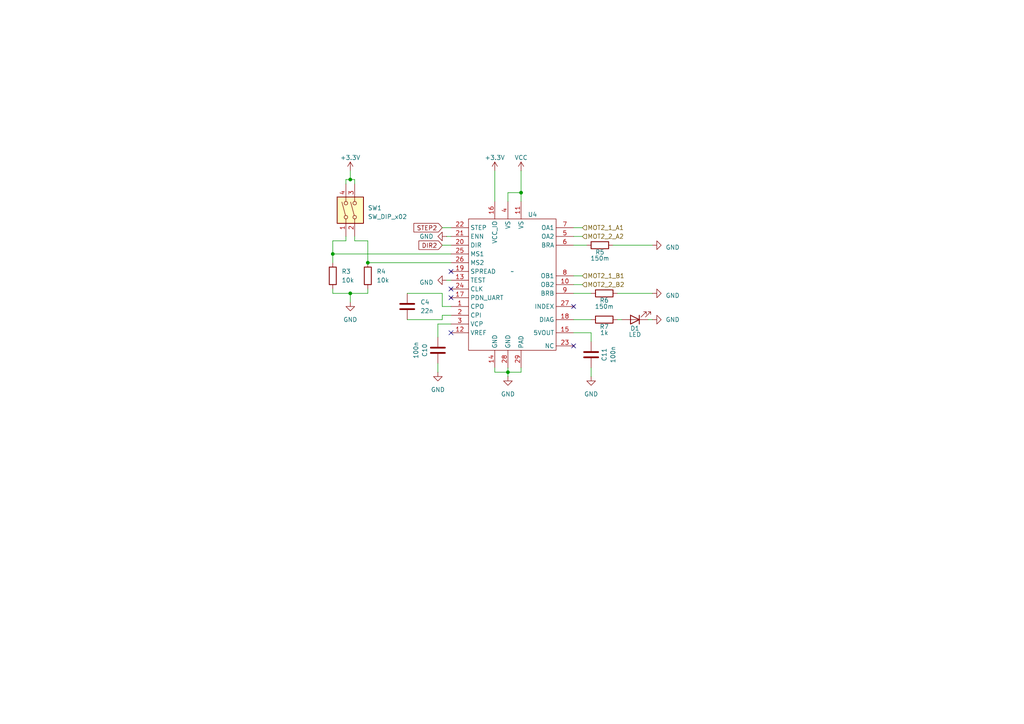
<source format=kicad_sch>
(kicad_sch
	(version 20250114)
	(generator "eeschema")
	(generator_version "9.0")
	(uuid "7e69b379-e415-4120-b938-f72ac7ff161e")
	(paper "A4")
	(lib_symbols
		(symbol "Device:C"
			(pin_numbers
				(hide yes)
			)
			(pin_names
				(offset 0.254)
			)
			(exclude_from_sim no)
			(in_bom yes)
			(on_board yes)
			(property "Reference" "C"
				(at 0.635 2.54 0)
				(effects
					(font
						(size 1.27 1.27)
					)
					(justify left)
				)
			)
			(property "Value" "C"
				(at 0.635 -2.54 0)
				(effects
					(font
						(size 1.27 1.27)
					)
					(justify left)
				)
			)
			(property "Footprint" ""
				(at 0.9652 -3.81 0)
				(effects
					(font
						(size 1.27 1.27)
					)
					(hide yes)
				)
			)
			(property "Datasheet" "~"
				(at 0 0 0)
				(effects
					(font
						(size 1.27 1.27)
					)
					(hide yes)
				)
			)
			(property "Description" "Unpolarized capacitor"
				(at 0 0 0)
				(effects
					(font
						(size 1.27 1.27)
					)
					(hide yes)
				)
			)
			(property "ki_keywords" "cap capacitor"
				(at 0 0 0)
				(effects
					(font
						(size 1.27 1.27)
					)
					(hide yes)
				)
			)
			(property "ki_fp_filters" "C_*"
				(at 0 0 0)
				(effects
					(font
						(size 1.27 1.27)
					)
					(hide yes)
				)
			)
			(symbol "C_0_1"
				(polyline
					(pts
						(xy -2.032 0.762) (xy 2.032 0.762)
					)
					(stroke
						(width 0.508)
						(type default)
					)
					(fill
						(type none)
					)
				)
				(polyline
					(pts
						(xy -2.032 -0.762) (xy 2.032 -0.762)
					)
					(stroke
						(width 0.508)
						(type default)
					)
					(fill
						(type none)
					)
				)
			)
			(symbol "C_1_1"
				(pin passive line
					(at 0 3.81 270)
					(length 2.794)
					(name "~"
						(effects
							(font
								(size 1.27 1.27)
							)
						)
					)
					(number "1"
						(effects
							(font
								(size 1.27 1.27)
							)
						)
					)
				)
				(pin passive line
					(at 0 -3.81 90)
					(length 2.794)
					(name "~"
						(effects
							(font
								(size 1.27 1.27)
							)
						)
					)
					(number "2"
						(effects
							(font
								(size 1.27 1.27)
							)
						)
					)
				)
			)
			(embedded_fonts no)
		)
		(symbol "Device:LED"
			(pin_numbers
				(hide yes)
			)
			(pin_names
				(offset 1.016)
				(hide yes)
			)
			(exclude_from_sim no)
			(in_bom yes)
			(on_board yes)
			(property "Reference" "D"
				(at 0 2.54 0)
				(effects
					(font
						(size 1.27 1.27)
					)
				)
			)
			(property "Value" "LED"
				(at 0 -2.54 0)
				(effects
					(font
						(size 1.27 1.27)
					)
				)
			)
			(property "Footprint" ""
				(at 0 0 0)
				(effects
					(font
						(size 1.27 1.27)
					)
					(hide yes)
				)
			)
			(property "Datasheet" "~"
				(at 0 0 0)
				(effects
					(font
						(size 1.27 1.27)
					)
					(hide yes)
				)
			)
			(property "Description" "Light emitting diode"
				(at 0 0 0)
				(effects
					(font
						(size 1.27 1.27)
					)
					(hide yes)
				)
			)
			(property "Sim.Pins" "1=K 2=A"
				(at 0 0 0)
				(effects
					(font
						(size 1.27 1.27)
					)
					(hide yes)
				)
			)
			(property "ki_keywords" "LED diode"
				(at 0 0 0)
				(effects
					(font
						(size 1.27 1.27)
					)
					(hide yes)
				)
			)
			(property "ki_fp_filters" "LED* LED_SMD:* LED_THT:*"
				(at 0 0 0)
				(effects
					(font
						(size 1.27 1.27)
					)
					(hide yes)
				)
			)
			(symbol "LED_0_1"
				(polyline
					(pts
						(xy -3.048 -0.762) (xy -4.572 -2.286) (xy -3.81 -2.286) (xy -4.572 -2.286) (xy -4.572 -1.524)
					)
					(stroke
						(width 0)
						(type default)
					)
					(fill
						(type none)
					)
				)
				(polyline
					(pts
						(xy -1.778 -0.762) (xy -3.302 -2.286) (xy -2.54 -2.286) (xy -3.302 -2.286) (xy -3.302 -1.524)
					)
					(stroke
						(width 0)
						(type default)
					)
					(fill
						(type none)
					)
				)
				(polyline
					(pts
						(xy -1.27 0) (xy 1.27 0)
					)
					(stroke
						(width 0)
						(type default)
					)
					(fill
						(type none)
					)
				)
				(polyline
					(pts
						(xy -1.27 -1.27) (xy -1.27 1.27)
					)
					(stroke
						(width 0.254)
						(type default)
					)
					(fill
						(type none)
					)
				)
				(polyline
					(pts
						(xy 1.27 -1.27) (xy 1.27 1.27) (xy -1.27 0) (xy 1.27 -1.27)
					)
					(stroke
						(width 0.254)
						(type default)
					)
					(fill
						(type none)
					)
				)
			)
			(symbol "LED_1_1"
				(pin passive line
					(at -3.81 0 0)
					(length 2.54)
					(name "K"
						(effects
							(font
								(size 1.27 1.27)
							)
						)
					)
					(number "1"
						(effects
							(font
								(size 1.27 1.27)
							)
						)
					)
				)
				(pin passive line
					(at 3.81 0 180)
					(length 2.54)
					(name "A"
						(effects
							(font
								(size 1.27 1.27)
							)
						)
					)
					(number "2"
						(effects
							(font
								(size 1.27 1.27)
							)
						)
					)
				)
			)
			(embedded_fonts no)
		)
		(symbol "Device:R"
			(pin_numbers
				(hide yes)
			)
			(pin_names
				(offset 0)
			)
			(exclude_from_sim no)
			(in_bom yes)
			(on_board yes)
			(property "Reference" "R"
				(at 2.032 0 90)
				(effects
					(font
						(size 1.27 1.27)
					)
				)
			)
			(property "Value" "R"
				(at 0 0 90)
				(effects
					(font
						(size 1.27 1.27)
					)
				)
			)
			(property "Footprint" ""
				(at -1.778 0 90)
				(effects
					(font
						(size 1.27 1.27)
					)
					(hide yes)
				)
			)
			(property "Datasheet" "~"
				(at 0 0 0)
				(effects
					(font
						(size 1.27 1.27)
					)
					(hide yes)
				)
			)
			(property "Description" "Resistor"
				(at 0 0 0)
				(effects
					(font
						(size 1.27 1.27)
					)
					(hide yes)
				)
			)
			(property "ki_keywords" "R res resistor"
				(at 0 0 0)
				(effects
					(font
						(size 1.27 1.27)
					)
					(hide yes)
				)
			)
			(property "ki_fp_filters" "R_*"
				(at 0 0 0)
				(effects
					(font
						(size 1.27 1.27)
					)
					(hide yes)
				)
			)
			(symbol "R_0_1"
				(rectangle
					(start -1.016 -2.54)
					(end 1.016 2.54)
					(stroke
						(width 0.254)
						(type default)
					)
					(fill
						(type none)
					)
				)
			)
			(symbol "R_1_1"
				(pin passive line
					(at 0 3.81 270)
					(length 1.27)
					(name "~"
						(effects
							(font
								(size 1.27 1.27)
							)
						)
					)
					(number "1"
						(effects
							(font
								(size 1.27 1.27)
							)
						)
					)
				)
				(pin passive line
					(at 0 -3.81 90)
					(length 1.27)
					(name "~"
						(effects
							(font
								(size 1.27 1.27)
							)
						)
					)
					(number "2"
						(effects
							(font
								(size 1.27 1.27)
							)
						)
					)
				)
			)
			(embedded_fonts no)
		)
		(symbol "My_Lib:TMC2225"
			(exclude_from_sim no)
			(in_bom yes)
			(on_board yes)
			(property "Reference" "U"
				(at 0 0 0)
				(effects
					(font
						(size 1.27 1.27)
					)
				)
			)
			(property "Value" ""
				(at 0 0 0)
				(effects
					(font
						(size 1.27 1.27)
					)
				)
			)
			(property "Footprint" ""
				(at 0 0 0)
				(effects
					(font
						(size 1.27 1.27)
					)
					(hide yes)
				)
			)
			(property "Datasheet" ""
				(at 0 0 0)
				(effects
					(font
						(size 1.27 1.27)
					)
					(hide yes)
				)
			)
			(property "Description" ""
				(at 0 0 0)
				(effects
					(font
						(size 1.27 1.27)
					)
					(hide yes)
				)
			)
			(symbol "TMC2225_0_0"
				(pin input line
					(at -17.78 12.7 0)
					(length 5.08)
					(name "STEP"
						(effects
							(font
								(size 1.27 1.27)
							)
						)
					)
					(number "22"
						(effects
							(font
								(size 1.27 1.27)
							)
						)
					)
				)
				(pin input line
					(at -17.78 10.16 0)
					(length 5.08)
					(name "ENN"
						(effects
							(font
								(size 1.27 1.27)
							)
						)
					)
					(number "21"
						(effects
							(font
								(size 1.27 1.27)
							)
						)
					)
				)
				(pin input line
					(at -17.78 7.62 0)
					(length 5.08)
					(name "DIR"
						(effects
							(font
								(size 1.27 1.27)
							)
						)
					)
					(number "20"
						(effects
							(font
								(size 1.27 1.27)
							)
						)
					)
				)
				(pin input line
					(at -17.78 5.08 0)
					(length 5.08)
					(name "MS1"
						(effects
							(font
								(size 1.27 1.27)
							)
						)
					)
					(number "25"
						(effects
							(font
								(size 1.27 1.27)
							)
						)
					)
				)
				(pin input line
					(at -17.78 2.54 0)
					(length 5.08)
					(name "MS2"
						(effects
							(font
								(size 1.27 1.27)
							)
						)
					)
					(number "26"
						(effects
							(font
								(size 1.27 1.27)
							)
						)
					)
				)
				(pin no_connect line
					(at -17.78 0 0)
					(length 5.08)
					(name "SPREAD"
						(effects
							(font
								(size 1.27 1.27)
							)
						)
					)
					(number "19"
						(effects
							(font
								(size 1.27 1.27)
							)
						)
					)
				)
				(pin input line
					(at -17.78 -2.54 0)
					(length 5.08)
					(name "TEST"
						(effects
							(font
								(size 1.27 1.27)
							)
						)
					)
					(number "13"
						(effects
							(font
								(size 1.27 1.27)
							)
						)
					)
				)
				(pin no_connect line
					(at -17.78 -5.08 0)
					(length 5.08)
					(name "CLK"
						(effects
							(font
								(size 1.27 1.27)
							)
						)
					)
					(number "24"
						(effects
							(font
								(size 1.27 1.27)
							)
						)
					)
				)
				(pin no_connect line
					(at -17.78 -7.62 0)
					(length 5.08)
					(name "PDN_UART"
						(effects
							(font
								(size 1.27 1.27)
							)
						)
					)
					(number "17"
						(effects
							(font
								(size 1.27 1.27)
							)
						)
					)
				)
				(pin passive line
					(at -17.78 -10.16 0)
					(length 5.08)
					(name "CPO"
						(effects
							(font
								(size 1.27 1.27)
							)
						)
					)
					(number "1"
						(effects
							(font
								(size 1.27 1.27)
							)
						)
					)
				)
				(pin passive line
					(at -17.78 -12.7 0)
					(length 5.08)
					(name "CPI"
						(effects
							(font
								(size 1.27 1.27)
							)
						)
					)
					(number "2"
						(effects
							(font
								(size 1.27 1.27)
							)
						)
					)
				)
				(pin passive line
					(at -17.78 -15.24 0)
					(length 5.08)
					(name "VCP"
						(effects
							(font
								(size 1.27 1.27)
							)
						)
					)
					(number "3"
						(effects
							(font
								(size 1.27 1.27)
							)
						)
					)
				)
				(pin input line
					(at -17.78 -17.78 0)
					(length 5.08)
					(name "VREF"
						(effects
							(font
								(size 1.27 1.27)
							)
						)
					)
					(number "12"
						(effects
							(font
								(size 1.27 1.27)
							)
						)
					)
				)
				(pin input line
					(at -5.08 20.32 270)
					(length 5.08)
					(name "VCC_IO"
						(effects
							(font
								(size 1.27 1.27)
							)
						)
					)
					(number "16"
						(effects
							(font
								(size 1.27 1.27)
							)
						)
					)
				)
				(pin input line
					(at -5.08 -27.94 90)
					(length 5.08)
					(name "GND"
						(effects
							(font
								(size 1.27 1.27)
							)
						)
					)
					(number "14"
						(effects
							(font
								(size 1.27 1.27)
							)
						)
					)
				)
				(pin input line
					(at -1.27 20.32 270)
					(length 5.08)
					(name "VS"
						(effects
							(font
								(size 1.27 1.27)
							)
						)
					)
					(number "4"
						(effects
							(font
								(size 1.27 1.27)
							)
						)
					)
				)
				(pin input line
					(at -1.27 -27.94 90)
					(length 5.08)
					(name "GND"
						(effects
							(font
								(size 1.27 1.27)
							)
						)
					)
					(number "28"
						(effects
							(font
								(size 1.27 1.27)
							)
						)
					)
				)
				(pin input line
					(at 2.54 20.32 270)
					(length 5.08)
					(name "VS"
						(effects
							(font
								(size 1.27 1.27)
							)
						)
					)
					(number "11"
						(effects
							(font
								(size 1.27 1.27)
							)
						)
					)
				)
				(pin input line
					(at 2.54 -27.94 90)
					(length 5.08)
					(name "PAD"
						(effects
							(font
								(size 1.27 1.27)
							)
						)
					)
					(number "29"
						(effects
							(font
								(size 1.27 1.27)
							)
						)
					)
				)
				(pin output line
					(at 17.78 12.7 180)
					(length 5.08)
					(name "OA1"
						(effects
							(font
								(size 1.27 1.27)
							)
						)
					)
					(number "7"
						(effects
							(font
								(size 1.27 1.27)
							)
						)
					)
				)
				(pin output line
					(at 17.78 10.16 180)
					(length 5.08)
					(name "OA2"
						(effects
							(font
								(size 1.27 1.27)
							)
						)
					)
					(number "5"
						(effects
							(font
								(size 1.27 1.27)
							)
						)
					)
				)
				(pin output line
					(at 17.78 7.62 180)
					(length 5.08)
					(name "BRA"
						(effects
							(font
								(size 1.27 1.27)
							)
						)
					)
					(number "6"
						(effects
							(font
								(size 1.27 1.27)
							)
						)
					)
				)
				(pin output line
					(at 17.78 -1.27 180)
					(length 5.08)
					(name "OB1"
						(effects
							(font
								(size 1.27 1.27)
							)
						)
					)
					(number "8"
						(effects
							(font
								(size 1.27 1.27)
							)
						)
					)
				)
				(pin output line
					(at 17.78 -3.81 180)
					(length 5.08)
					(name "OB2"
						(effects
							(font
								(size 1.27 1.27)
							)
						)
					)
					(number "10"
						(effects
							(font
								(size 1.27 1.27)
							)
						)
					)
				)
				(pin output line
					(at 17.78 -6.35 180)
					(length 5.08)
					(name "BRB"
						(effects
							(font
								(size 1.27 1.27)
							)
						)
					)
					(number "9"
						(effects
							(font
								(size 1.27 1.27)
							)
						)
					)
				)
				(pin no_connect line
					(at 17.78 -10.16 180)
					(length 5.08)
					(name "INDEX"
						(effects
							(font
								(size 1.27 1.27)
							)
						)
					)
					(number "27"
						(effects
							(font
								(size 1.27 1.27)
							)
						)
					)
				)
				(pin output line
					(at 17.78 -13.97 180)
					(length 5.08)
					(name "DIAG"
						(effects
							(font
								(size 1.27 1.27)
							)
						)
					)
					(number "18"
						(effects
							(font
								(size 1.27 1.27)
							)
						)
					)
				)
				(pin passive line
					(at 17.78 -17.78 180)
					(length 5.08)
					(name "5VOUT"
						(effects
							(font
								(size 1.27 1.27)
							)
						)
					)
					(number "15"
						(effects
							(font
								(size 1.27 1.27)
							)
						)
					)
				)
				(pin no_connect line
					(at 17.78 -21.59 180)
					(length 5.08)
					(name "NC"
						(effects
							(font
								(size 1.27 1.27)
							)
						)
					)
					(number "23"
						(effects
							(font
								(size 1.27 1.27)
							)
						)
					)
				)
			)
			(symbol "TMC2225_0_1"
				(polyline
					(pts
						(xy -12.7 15.24) (xy 12.7 15.24) (xy 12.7 -22.86) (xy -12.7 -22.86) (xy -12.7 15.24)
					)
					(stroke
						(width 0.1524)
						(type solid)
					)
					(fill
						(type none)
					)
				)
			)
			(embedded_fonts no)
		)
		(symbol "Switch:SW_DIP_x02"
			(pin_names
				(offset 0)
				(hide yes)
			)
			(exclude_from_sim no)
			(in_bom yes)
			(on_board yes)
			(property "Reference" "SW"
				(at 0 6.35 0)
				(effects
					(font
						(size 1.27 1.27)
					)
				)
			)
			(property "Value" "SW_DIP_x02"
				(at 0 -3.81 0)
				(effects
					(font
						(size 1.27 1.27)
					)
				)
			)
			(property "Footprint" ""
				(at 0 0 0)
				(effects
					(font
						(size 1.27 1.27)
					)
					(hide yes)
				)
			)
			(property "Datasheet" "~"
				(at 0 0 0)
				(effects
					(font
						(size 1.27 1.27)
					)
					(hide yes)
				)
			)
			(property "Description" "2x DIP Switch, Single Pole Single Throw (SPST) switch, small symbol"
				(at 0 0 0)
				(effects
					(font
						(size 1.27 1.27)
					)
					(hide yes)
				)
			)
			(property "ki_keywords" "dip switch"
				(at 0 0 0)
				(effects
					(font
						(size 1.27 1.27)
					)
					(hide yes)
				)
			)
			(property "ki_fp_filters" "SW?DIP?x2*"
				(at 0 0 0)
				(effects
					(font
						(size 1.27 1.27)
					)
					(hide yes)
				)
			)
			(symbol "SW_DIP_x02_0_0"
				(circle
					(center -2.032 2.54)
					(radius 0.508)
					(stroke
						(width 0)
						(type default)
					)
					(fill
						(type none)
					)
				)
				(circle
					(center -2.032 0)
					(radius 0.508)
					(stroke
						(width 0)
						(type default)
					)
					(fill
						(type none)
					)
				)
				(polyline
					(pts
						(xy -1.524 2.667) (xy 2.3622 3.7084)
					)
					(stroke
						(width 0)
						(type default)
					)
					(fill
						(type none)
					)
				)
				(polyline
					(pts
						(xy -1.524 0.127) (xy 2.3622 1.1684)
					)
					(stroke
						(width 0)
						(type default)
					)
					(fill
						(type none)
					)
				)
				(circle
					(center 2.032 2.54)
					(radius 0.508)
					(stroke
						(width 0)
						(type default)
					)
					(fill
						(type none)
					)
				)
				(circle
					(center 2.032 0)
					(radius 0.508)
					(stroke
						(width 0)
						(type default)
					)
					(fill
						(type none)
					)
				)
			)
			(symbol "SW_DIP_x02_0_1"
				(rectangle
					(start -3.81 5.08)
					(end 3.81 -2.54)
					(stroke
						(width 0.254)
						(type default)
					)
					(fill
						(type background)
					)
				)
			)
			(symbol "SW_DIP_x02_1_1"
				(pin passive line
					(at -7.62 2.54 0)
					(length 5.08)
					(name "~"
						(effects
							(font
								(size 1.27 1.27)
							)
						)
					)
					(number "1"
						(effects
							(font
								(size 1.27 1.27)
							)
						)
					)
				)
				(pin passive line
					(at -7.62 0 0)
					(length 5.08)
					(name "~"
						(effects
							(font
								(size 1.27 1.27)
							)
						)
					)
					(number "2"
						(effects
							(font
								(size 1.27 1.27)
							)
						)
					)
				)
				(pin passive line
					(at 7.62 2.54 180)
					(length 5.08)
					(name "~"
						(effects
							(font
								(size 1.27 1.27)
							)
						)
					)
					(number "4"
						(effects
							(font
								(size 1.27 1.27)
							)
						)
					)
				)
				(pin passive line
					(at 7.62 0 180)
					(length 5.08)
					(name "~"
						(effects
							(font
								(size 1.27 1.27)
							)
						)
					)
					(number "3"
						(effects
							(font
								(size 1.27 1.27)
							)
						)
					)
				)
			)
			(embedded_fonts no)
		)
		(symbol "power:+3.3V"
			(power)
			(pin_numbers
				(hide yes)
			)
			(pin_names
				(offset 0)
				(hide yes)
			)
			(exclude_from_sim no)
			(in_bom yes)
			(on_board yes)
			(property "Reference" "#PWR"
				(at 0 -3.81 0)
				(effects
					(font
						(size 1.27 1.27)
					)
					(hide yes)
				)
			)
			(property "Value" "+3.3V"
				(at 0 3.556 0)
				(effects
					(font
						(size 1.27 1.27)
					)
				)
			)
			(property "Footprint" ""
				(at 0 0 0)
				(effects
					(font
						(size 1.27 1.27)
					)
					(hide yes)
				)
			)
			(property "Datasheet" ""
				(at 0 0 0)
				(effects
					(font
						(size 1.27 1.27)
					)
					(hide yes)
				)
			)
			(property "Description" "Power symbol creates a global label with name \"+3.3V\""
				(at 0 0 0)
				(effects
					(font
						(size 1.27 1.27)
					)
					(hide yes)
				)
			)
			(property "ki_keywords" "global power"
				(at 0 0 0)
				(effects
					(font
						(size 1.27 1.27)
					)
					(hide yes)
				)
			)
			(symbol "+3.3V_0_1"
				(polyline
					(pts
						(xy -0.762 1.27) (xy 0 2.54)
					)
					(stroke
						(width 0)
						(type default)
					)
					(fill
						(type none)
					)
				)
				(polyline
					(pts
						(xy 0 2.54) (xy 0.762 1.27)
					)
					(stroke
						(width 0)
						(type default)
					)
					(fill
						(type none)
					)
				)
				(polyline
					(pts
						(xy 0 0) (xy 0 2.54)
					)
					(stroke
						(width 0)
						(type default)
					)
					(fill
						(type none)
					)
				)
			)
			(symbol "+3.3V_1_1"
				(pin power_in line
					(at 0 0 90)
					(length 0)
					(name "~"
						(effects
							(font
								(size 1.27 1.27)
							)
						)
					)
					(number "1"
						(effects
							(font
								(size 1.27 1.27)
							)
						)
					)
				)
			)
			(embedded_fonts no)
		)
		(symbol "power:GND"
			(power)
			(pin_numbers
				(hide yes)
			)
			(pin_names
				(offset 0)
				(hide yes)
			)
			(exclude_from_sim no)
			(in_bom yes)
			(on_board yes)
			(property "Reference" "#PWR"
				(at 0 -6.35 0)
				(effects
					(font
						(size 1.27 1.27)
					)
					(hide yes)
				)
			)
			(property "Value" "GND"
				(at 0 -3.81 0)
				(effects
					(font
						(size 1.27 1.27)
					)
				)
			)
			(property "Footprint" ""
				(at 0 0 0)
				(effects
					(font
						(size 1.27 1.27)
					)
					(hide yes)
				)
			)
			(property "Datasheet" ""
				(at 0 0 0)
				(effects
					(font
						(size 1.27 1.27)
					)
					(hide yes)
				)
			)
			(property "Description" "Power symbol creates a global label with name \"GND\" , ground"
				(at 0 0 0)
				(effects
					(font
						(size 1.27 1.27)
					)
					(hide yes)
				)
			)
			(property "ki_keywords" "global power"
				(at 0 0 0)
				(effects
					(font
						(size 1.27 1.27)
					)
					(hide yes)
				)
			)
			(symbol "GND_0_1"
				(polyline
					(pts
						(xy 0 0) (xy 0 -1.27) (xy 1.27 -1.27) (xy 0 -2.54) (xy -1.27 -1.27) (xy 0 -1.27)
					)
					(stroke
						(width 0)
						(type default)
					)
					(fill
						(type none)
					)
				)
			)
			(symbol "GND_1_1"
				(pin power_in line
					(at 0 0 270)
					(length 0)
					(name "~"
						(effects
							(font
								(size 1.27 1.27)
							)
						)
					)
					(number "1"
						(effects
							(font
								(size 1.27 1.27)
							)
						)
					)
				)
			)
			(embedded_fonts no)
		)
		(symbol "power:VCC"
			(power)
			(pin_numbers
				(hide yes)
			)
			(pin_names
				(offset 0)
				(hide yes)
			)
			(exclude_from_sim no)
			(in_bom yes)
			(on_board yes)
			(property "Reference" "#PWR"
				(at 0 -3.81 0)
				(effects
					(font
						(size 1.27 1.27)
					)
					(hide yes)
				)
			)
			(property "Value" "VCC"
				(at 0 3.556 0)
				(effects
					(font
						(size 1.27 1.27)
					)
				)
			)
			(property "Footprint" ""
				(at 0 0 0)
				(effects
					(font
						(size 1.27 1.27)
					)
					(hide yes)
				)
			)
			(property "Datasheet" ""
				(at 0 0 0)
				(effects
					(font
						(size 1.27 1.27)
					)
					(hide yes)
				)
			)
			(property "Description" "Power symbol creates a global label with name \"VCC\""
				(at 0 0 0)
				(effects
					(font
						(size 1.27 1.27)
					)
					(hide yes)
				)
			)
			(property "ki_keywords" "global power"
				(at 0 0 0)
				(effects
					(font
						(size 1.27 1.27)
					)
					(hide yes)
				)
			)
			(symbol "VCC_0_1"
				(polyline
					(pts
						(xy -0.762 1.27) (xy 0 2.54)
					)
					(stroke
						(width 0)
						(type default)
					)
					(fill
						(type none)
					)
				)
				(polyline
					(pts
						(xy 0 2.54) (xy 0.762 1.27)
					)
					(stroke
						(width 0)
						(type default)
					)
					(fill
						(type none)
					)
				)
				(polyline
					(pts
						(xy 0 0) (xy 0 2.54)
					)
					(stroke
						(width 0)
						(type default)
					)
					(fill
						(type none)
					)
				)
			)
			(symbol "VCC_1_1"
				(pin power_in line
					(at 0 0 90)
					(length 0)
					(name "~"
						(effects
							(font
								(size 1.27 1.27)
							)
						)
					)
					(number "1"
						(effects
							(font
								(size 1.27 1.27)
							)
						)
					)
				)
			)
			(embedded_fonts no)
		)
	)
	(junction
		(at 151.13 55.88)
		(diameter 0)
		(color 0 0 0 0)
		(uuid "80cc9ecc-1580-49b6-9ea1-a0f15d14876a")
	)
	(junction
		(at 101.6 52.07)
		(diameter 0)
		(color 0 0 0 0)
		(uuid "92d19ee8-9ace-4ac3-8652-029214986d25")
	)
	(junction
		(at 106.68 76.2)
		(diameter 0)
		(color 0 0 0 0)
		(uuid "9dff684f-7430-4bb3-9f13-cb60d40d057b")
	)
	(junction
		(at 101.6 85.09)
		(diameter 0)
		(color 0 0 0 0)
		(uuid "c88a38b7-ee8d-4d37-a802-21e5db300f44")
	)
	(junction
		(at 147.32 107.95)
		(diameter 0)
		(color 0 0 0 0)
		(uuid "e4dde50d-d6df-4dc3-8460-d8c0216a399d")
	)
	(junction
		(at 96.52 73.66)
		(diameter 0)
		(color 0 0 0 0)
		(uuid "f178b5be-1bc5-4572-9f0e-8be4f6724aa5")
	)
	(no_connect
		(at 130.81 86.36)
		(uuid "008f7fcc-0328-48d7-804f-8ade7a83614e")
	)
	(no_connect
		(at 166.37 100.33)
		(uuid "363210cb-880c-4a44-907c-5849c48f5596")
	)
	(no_connect
		(at 130.81 78.74)
		(uuid "4d41ac3a-fe70-43a1-8715-0e481f716036")
	)
	(no_connect
		(at 130.81 96.52)
		(uuid "4fa5389d-d93c-4715-95c7-be39868829e3")
	)
	(no_connect
		(at 130.81 83.82)
		(uuid "94124d15-9f4d-4bfa-9ef4-4e8339a01e96")
	)
	(no_connect
		(at 166.37 88.9)
		(uuid "f795d8e7-2332-4373-ae07-f51adc4feea7")
	)
	(wire
		(pts
			(xy 128.27 91.44) (xy 128.27 92.71)
		)
		(stroke
			(width 0)
			(type default)
		)
		(uuid "0023af2b-9f40-47c6-911a-e742b9f64a80")
	)
	(wire
		(pts
			(xy 101.6 52.07) (xy 102.87 52.07)
		)
		(stroke
			(width 0)
			(type default)
		)
		(uuid "01bd175c-ecb1-43bc-98b9-e952d6e23b2c")
	)
	(wire
		(pts
			(xy 128.27 92.71) (xy 118.11 92.71)
		)
		(stroke
			(width 0)
			(type default)
		)
		(uuid "0a458fe2-afe6-486b-a393-9d4b96c335e0")
	)
	(wire
		(pts
			(xy 118.11 85.09) (xy 128.27 85.09)
		)
		(stroke
			(width 0)
			(type default)
		)
		(uuid "0d25f8e5-8a1f-45d0-be29-99e1176a84be")
	)
	(wire
		(pts
			(xy 102.87 52.07) (xy 102.87 53.34)
		)
		(stroke
			(width 0)
			(type default)
		)
		(uuid "0d8fd53b-fc69-47ef-bc78-fedf0fc7de02")
	)
	(wire
		(pts
			(xy 106.68 76.2) (xy 130.81 76.2)
		)
		(stroke
			(width 0)
			(type default)
		)
		(uuid "166e12c5-d64e-4f22-b25a-1aca8b802352")
	)
	(wire
		(pts
			(xy 106.68 69.85) (xy 106.68 76.2)
		)
		(stroke
			(width 0)
			(type default)
		)
		(uuid "169b4599-76eb-4c69-9a5a-fe75a44830f0")
	)
	(wire
		(pts
			(xy 130.81 88.9) (xy 128.27 88.9)
		)
		(stroke
			(width 0)
			(type default)
		)
		(uuid "16d9a4d8-831f-4c3c-b65e-0bf3a78fa2fc")
	)
	(wire
		(pts
			(xy 147.32 107.95) (xy 151.13 107.95)
		)
		(stroke
			(width 0)
			(type default)
		)
		(uuid "170828af-124c-4817-9c07-d30841697d4a")
	)
	(wire
		(pts
			(xy 166.37 71.12) (xy 170.18 71.12)
		)
		(stroke
			(width 0)
			(type default)
		)
		(uuid "1ab0f462-f311-42fe-b70b-32afe9cc264b")
	)
	(wire
		(pts
			(xy 96.52 69.85) (xy 100.33 69.85)
		)
		(stroke
			(width 0)
			(type default)
		)
		(uuid "22e131ae-4cc4-4942-ad59-0422cd3fdaad")
	)
	(wire
		(pts
			(xy 147.32 107.95) (xy 147.32 109.22)
		)
		(stroke
			(width 0)
			(type default)
		)
		(uuid "23ab74cd-03f5-4032-8e57-109679f20068")
	)
	(wire
		(pts
			(xy 96.52 73.66) (xy 96.52 76.2)
		)
		(stroke
			(width 0)
			(type default)
		)
		(uuid "268bdd63-505f-422d-ae9d-443d76ba2a85")
	)
	(wire
		(pts
			(xy 166.37 82.55) (xy 168.91 82.55)
		)
		(stroke
			(width 0)
			(type default)
		)
		(uuid "2a85da11-529d-4bb5-a082-bf32d826b7d6")
	)
	(wire
		(pts
			(xy 166.37 85.09) (xy 171.45 85.09)
		)
		(stroke
			(width 0)
			(type default)
		)
		(uuid "31b21e93-79e9-4d36-b1ca-9be55c341ea6")
	)
	(wire
		(pts
			(xy 96.52 73.66) (xy 96.52 69.85)
		)
		(stroke
			(width 0)
			(type default)
		)
		(uuid "3601003e-c180-4657-80a7-1b1e05e83baf")
	)
	(wire
		(pts
			(xy 143.51 107.95) (xy 147.32 107.95)
		)
		(stroke
			(width 0)
			(type default)
		)
		(uuid "37e24fc1-00ef-4691-af2b-ae5a03b50d18")
	)
	(wire
		(pts
			(xy 143.51 49.53) (xy 143.51 58.42)
		)
		(stroke
			(width 0)
			(type default)
		)
		(uuid "3b6682cf-eb94-4049-995b-c41eb6c15f32")
	)
	(wire
		(pts
			(xy 101.6 85.09) (xy 101.6 87.63)
		)
		(stroke
			(width 0)
			(type default)
		)
		(uuid "3d4c9519-58f2-408d-9f4b-98403cfb674f")
	)
	(wire
		(pts
			(xy 143.51 106.68) (xy 143.51 107.95)
		)
		(stroke
			(width 0)
			(type default)
		)
		(uuid "40800f8a-16ff-4681-8c30-4ef74493bfb7")
	)
	(wire
		(pts
			(xy 128.27 88.9) (xy 128.27 85.09)
		)
		(stroke
			(width 0)
			(type default)
		)
		(uuid "439b322a-a0e1-427d-bb90-56fc66761a3a")
	)
	(wire
		(pts
			(xy 127 93.98) (xy 130.81 93.98)
		)
		(stroke
			(width 0)
			(type default)
		)
		(uuid "501dd87b-bac0-4dd2-8500-652555ba00a9")
	)
	(wire
		(pts
			(xy 96.52 85.09) (xy 101.6 85.09)
		)
		(stroke
			(width 0)
			(type default)
		)
		(uuid "5df557d0-610c-4db2-a7c3-2e046c8b1d22")
	)
	(wire
		(pts
			(xy 166.37 92.71) (xy 171.45 92.71)
		)
		(stroke
			(width 0)
			(type default)
		)
		(uuid "5ebbc98c-09d4-4df4-85b4-9543f286cc9a")
	)
	(wire
		(pts
			(xy 147.32 106.68) (xy 147.32 107.95)
		)
		(stroke
			(width 0)
			(type default)
		)
		(uuid "63512f93-3440-4b39-bd90-a5ea0f758b6c")
	)
	(wire
		(pts
			(xy 100.33 52.07) (xy 101.6 52.07)
		)
		(stroke
			(width 0)
			(type default)
		)
		(uuid "6679120b-2fa3-467d-a6fa-14cf694ccfd0")
	)
	(wire
		(pts
			(xy 151.13 49.53) (xy 151.13 55.88)
		)
		(stroke
			(width 0)
			(type default)
		)
		(uuid "693ea95d-36cc-41fc-bd36-b951f0f55188")
	)
	(wire
		(pts
			(xy 128.27 71.12) (xy 130.81 71.12)
		)
		(stroke
			(width 0)
			(type default)
		)
		(uuid "6e937399-8a50-4d97-8452-0efa29173821")
	)
	(wire
		(pts
			(xy 129.54 81.28) (xy 130.81 81.28)
		)
		(stroke
			(width 0)
			(type default)
		)
		(uuid "77de8d7b-c776-43e4-9943-2600883fdd60")
	)
	(wire
		(pts
			(xy 127 107.95) (xy 127 105.41)
		)
		(stroke
			(width 0)
			(type default)
		)
		(uuid "80a6954b-1b50-46f9-bd2a-ba71effdabad")
	)
	(wire
		(pts
			(xy 96.52 83.82) (xy 96.52 85.09)
		)
		(stroke
			(width 0)
			(type default)
		)
		(uuid "88f8d1b1-4289-4637-9339-485c92506d8b")
	)
	(wire
		(pts
			(xy 166.37 80.01) (xy 168.91 80.01)
		)
		(stroke
			(width 0)
			(type default)
		)
		(uuid "89a6cf0e-9045-4ec4-9a0f-6d42082fabfc")
	)
	(wire
		(pts
			(xy 166.37 66.04) (xy 168.91 66.04)
		)
		(stroke
			(width 0)
			(type default)
		)
		(uuid "8e1ac205-6290-4537-adb3-ff3638173a54")
	)
	(wire
		(pts
			(xy 171.45 96.52) (xy 171.45 99.06)
		)
		(stroke
			(width 0)
			(type default)
		)
		(uuid "9044fca1-74fd-49f8-b93a-eab92ed23eb6")
	)
	(wire
		(pts
			(xy 100.33 69.85) (xy 100.33 68.58)
		)
		(stroke
			(width 0)
			(type default)
		)
		(uuid "93158859-6841-47b0-8e6d-181764329b41")
	)
	(wire
		(pts
			(xy 96.52 73.66) (xy 130.81 73.66)
		)
		(stroke
			(width 0)
			(type default)
		)
		(uuid "96baa506-deb7-4745-bdf1-83cda6e4d913")
	)
	(wire
		(pts
			(xy 101.6 49.53) (xy 101.6 52.07)
		)
		(stroke
			(width 0)
			(type default)
		)
		(uuid "a6f25aca-a216-4eab-8216-d7c77dc99cfe")
	)
	(wire
		(pts
			(xy 130.81 91.44) (xy 128.27 91.44)
		)
		(stroke
			(width 0)
			(type default)
		)
		(uuid "aaec5bbb-9e69-4fcd-8526-972325714da4")
	)
	(wire
		(pts
			(xy 187.96 92.71) (xy 189.23 92.71)
		)
		(stroke
			(width 0)
			(type default)
		)
		(uuid "b62707a6-0490-407f-9a1c-b0dbd9d800c9")
	)
	(wire
		(pts
			(xy 179.07 85.09) (xy 189.23 85.09)
		)
		(stroke
			(width 0)
			(type default)
		)
		(uuid "b75a5828-d3d0-4e63-aa5b-8479e300a238")
	)
	(wire
		(pts
			(xy 128.27 66.04) (xy 130.81 66.04)
		)
		(stroke
			(width 0)
			(type default)
		)
		(uuid "bf0b621b-bfc4-4537-b52c-e80c68187d71")
	)
	(wire
		(pts
			(xy 151.13 55.88) (xy 151.13 58.42)
		)
		(stroke
			(width 0)
			(type default)
		)
		(uuid "c558d6e1-070d-49dc-87e4-912908f92720")
	)
	(wire
		(pts
			(xy 147.32 55.88) (xy 151.13 55.88)
		)
		(stroke
			(width 0)
			(type default)
		)
		(uuid "cb0e3870-0e91-4f26-8361-ca88ef130f47")
	)
	(wire
		(pts
			(xy 102.87 69.85) (xy 102.87 68.58)
		)
		(stroke
			(width 0)
			(type default)
		)
		(uuid "cd6ae4a4-14ec-4714-a85c-aea813e28d9b")
	)
	(wire
		(pts
			(xy 101.6 85.09) (xy 106.68 85.09)
		)
		(stroke
			(width 0)
			(type default)
		)
		(uuid "d079b7dd-a51f-4dab-9ba1-4ec489b58679")
	)
	(wire
		(pts
			(xy 166.37 96.52) (xy 171.45 96.52)
		)
		(stroke
			(width 0)
			(type default)
		)
		(uuid "d084cfcd-ba13-4f94-a2d6-d3da6134add5")
	)
	(wire
		(pts
			(xy 130.81 68.58) (xy 129.54 68.58)
		)
		(stroke
			(width 0)
			(type default)
		)
		(uuid "da277919-7ef6-4909-91ea-77fd6a6afb1f")
	)
	(wire
		(pts
			(xy 151.13 106.68) (xy 151.13 107.95)
		)
		(stroke
			(width 0)
			(type default)
		)
		(uuid "df741885-f8d5-4585-b97a-e2fc20041e30")
	)
	(wire
		(pts
			(xy 147.32 58.42) (xy 147.32 55.88)
		)
		(stroke
			(width 0)
			(type default)
		)
		(uuid "e1730f74-ed0c-4203-98d0-123d270d22d1")
	)
	(wire
		(pts
			(xy 127 97.79) (xy 127 93.98)
		)
		(stroke
			(width 0)
			(type default)
		)
		(uuid "e5073213-a64d-4380-9058-3f98d176f906")
	)
	(wire
		(pts
			(xy 106.68 83.82) (xy 106.68 85.09)
		)
		(stroke
			(width 0)
			(type default)
		)
		(uuid "e5a20f0d-1349-430b-be73-51bdac037487")
	)
	(wire
		(pts
			(xy 177.8 71.12) (xy 189.23 71.12)
		)
		(stroke
			(width 0)
			(type default)
		)
		(uuid "ebed7617-5609-4d7f-bf7d-a11bdef1d7e7")
	)
	(wire
		(pts
			(xy 106.68 69.85) (xy 102.87 69.85)
		)
		(stroke
			(width 0)
			(type default)
		)
		(uuid "ef3d47ae-79f0-47ec-a7fa-d018b165a360")
	)
	(wire
		(pts
			(xy 100.33 53.34) (xy 100.33 52.07)
		)
		(stroke
			(width 0)
			(type default)
		)
		(uuid "f5b4bc7a-5d81-473c-a087-71fdb8c9756c")
	)
	(wire
		(pts
			(xy 171.45 106.68) (xy 171.45 109.22)
		)
		(stroke
			(width 0)
			(type default)
		)
		(uuid "f9f5ed10-e108-44c6-bb01-1c875c588405")
	)
	(wire
		(pts
			(xy 166.37 68.58) (xy 168.91 68.58)
		)
		(stroke
			(width 0)
			(type default)
		)
		(uuid "fdd56193-a428-4443-9421-7852167db367")
	)
	(wire
		(pts
			(xy 179.07 92.71) (xy 180.34 92.71)
		)
		(stroke
			(width 0)
			(type default)
		)
		(uuid "ff4a9f87-6a27-4419-93c8-e446ce87985b")
	)
	(global_label "STEP2"
		(shape input)
		(at 128.27 66.04 180)
		(fields_autoplaced yes)
		(effects
			(font
				(size 1.27 1.27)
			)
			(justify right)
		)
		(uuid "e721dc5f-3662-4dc6-b0db-b1ce42e0e34a")
		(property "Intersheetrefs" "${INTERSHEET_REFS}"
			(at 119.4792 66.04 0)
			(effects
				(font
					(size 1.27 1.27)
				)
				(justify right)
				(hide yes)
			)
		)
	)
	(global_label "DIR2"
		(shape input)
		(at 128.27 71.12 180)
		(fields_autoplaced yes)
		(effects
			(font
				(size 1.27 1.27)
			)
			(justify right)
		)
		(uuid "fb73984b-4959-4c38-b9cd-87d68e83c7ad")
		(property "Intersheetrefs" "${INTERSHEET_REFS}"
			(at 120.9305 71.12 0)
			(effects
				(font
					(size 1.27 1.27)
				)
				(justify right)
				(hide yes)
			)
		)
	)
	(hierarchical_label "MOT2_2_A2"
		(shape input)
		(at 168.91 68.58 0)
		(effects
			(font
				(size 1.27 1.27)
			)
			(justify left)
		)
		(uuid "22ce4d8a-b3ba-4591-999f-eadbd4bbd6b0")
	)
	(hierarchical_label "MOT2_2_B2"
		(shape input)
		(at 168.91 82.55 0)
		(effects
			(font
				(size 1.27 1.27)
			)
			(justify left)
		)
		(uuid "4b8f9d1c-3073-453d-bc54-43b3790f0bf6")
	)
	(hierarchical_label "MOT2_1_B1"
		(shape input)
		(at 168.91 80.01 0)
		(effects
			(font
				(size 1.27 1.27)
			)
			(justify left)
		)
		(uuid "bb204777-df89-4be4-80dd-0d3317b71ad3")
	)
	(hierarchical_label "MOT2_1_A1"
		(shape input)
		(at 168.91 66.04 0)
		(effects
			(font
				(size 1.27 1.27)
			)
			(justify left)
		)
		(uuid "e0e329a9-5836-4cce-acf9-51ed8c455443")
	)
	(symbol
		(lib_id "Device:R")
		(at 96.52 80.01 0)
		(unit 1)
		(exclude_from_sim no)
		(in_bom yes)
		(on_board yes)
		(dnp no)
		(fields_autoplaced yes)
		(uuid "16719411-06c8-474d-937f-3041471a61cd")
		(property "Reference" "R3"
			(at 99.06 78.7399 0)
			(effects
				(font
					(size 1.27 1.27)
				)
				(justify left)
			)
		)
		(property "Value" "10k"
			(at 99.06 81.2799 0)
			(effects
				(font
					(size 1.27 1.27)
				)
				(justify left)
			)
		)
		(property "Footprint" ""
			(at 94.742 80.01 90)
			(effects
				(font
					(size 1.27 1.27)
				)
				(hide yes)
			)
		)
		(property "Datasheet" "~"
			(at 96.52 80.01 0)
			(effects
				(font
					(size 1.27 1.27)
				)
				(hide yes)
			)
		)
		(property "Description" ""
			(at 96.52 80.01 0)
			(effects
				(font
					(size 1.27 1.27)
				)
			)
		)
		(pin "1"
			(uuid "c95c026c-7245-471b-9040-bb43ccff7a3c")
		)
		(pin "2"
			(uuid "edfa931f-78f5-49a2-b1e6-1f16670677c1")
		)
		(instances
			(project "Projet 6 KICAD TMC2225"
				(path "/6547e6e9-8ab0-4cdc-9d64-ddec34ae8d48/04693c4d-ef2d-448a-b96d-b35de05d45eb"
					(reference "R3")
					(unit 1)
				)
			)
		)
	)
	(symbol
		(lib_id "power:GND")
		(at 189.23 71.12 90)
		(unit 1)
		(exclude_from_sim no)
		(in_bom yes)
		(on_board yes)
		(dnp no)
		(fields_autoplaced yes)
		(uuid "1c7102c3-fad8-465d-999b-3b45494c3b8f")
		(property "Reference" "#PWR049"
			(at 195.58 71.12 0)
			(effects
				(font
					(size 1.27 1.27)
				)
				(hide yes)
			)
		)
		(property "Value" "GND"
			(at 193.04 71.755 90)
			(effects
				(font
					(size 1.27 1.27)
				)
				(justify right)
			)
		)
		(property "Footprint" ""
			(at 189.23 71.12 0)
			(effects
				(font
					(size 1.27 1.27)
				)
				(hide yes)
			)
		)
		(property "Datasheet" ""
			(at 189.23 71.12 0)
			(effects
				(font
					(size 1.27 1.27)
				)
				(hide yes)
			)
		)
		(property "Description" ""
			(at 189.23 71.12 0)
			(effects
				(font
					(size 1.27 1.27)
				)
			)
		)
		(pin "1"
			(uuid "2c8a731e-1277-459e-ad3a-0695edcca9ae")
		)
		(instances
			(project "Projet 6 KICAD TMC2225"
				(path "/6547e6e9-8ab0-4cdc-9d64-ddec34ae8d48/04693c4d-ef2d-448a-b96d-b35de05d45eb"
					(reference "#PWR049")
					(unit 1)
				)
			)
		)
	)
	(symbol
		(lib_id "Device:R")
		(at 175.26 85.09 270)
		(unit 1)
		(exclude_from_sim no)
		(in_bom yes)
		(on_board yes)
		(dnp no)
		(uuid "2ea9a8da-b6c6-490e-9b5b-9f1017958ab3")
		(property "Reference" "R6"
			(at 175.26 87.122 90)
			(effects
				(font
					(size 1.27 1.27)
				)
			)
		)
		(property "Value" "150m"
			(at 175.26 88.9 90)
			(effects
				(font
					(size 1.27 1.27)
				)
			)
		)
		(property "Footprint" ""
			(at 175.26 83.312 90)
			(effects
				(font
					(size 1.27 1.27)
				)
				(hide yes)
			)
		)
		(property "Datasheet" "~"
			(at 175.26 85.09 0)
			(effects
				(font
					(size 1.27 1.27)
				)
				(hide yes)
			)
		)
		(property "Description" ""
			(at 175.26 85.09 0)
			(effects
				(font
					(size 1.27 1.27)
				)
			)
		)
		(pin "1"
			(uuid "12973297-91a3-4788-863a-f9e3351b1f3d")
		)
		(pin "2"
			(uuid "58c038c1-518b-43f6-ac02-e3a11a2161f3")
		)
		(instances
			(project "Projet 6 KICAD TMC2225"
				(path "/6547e6e9-8ab0-4cdc-9d64-ddec34ae8d48/04693c4d-ef2d-448a-b96d-b35de05d45eb"
					(reference "R6")
					(unit 1)
				)
			)
		)
	)
	(symbol
		(lib_id "power:GND")
		(at 189.23 85.09 90)
		(unit 1)
		(exclude_from_sim no)
		(in_bom yes)
		(on_board yes)
		(dnp no)
		(fields_autoplaced yes)
		(uuid "30767ee2-91e5-4395-92ed-c327b356d6e0")
		(property "Reference" "#PWR050"
			(at 195.58 85.09 0)
			(effects
				(font
					(size 1.27 1.27)
				)
				(hide yes)
			)
		)
		(property "Value" "GND"
			(at 193.04 85.725 90)
			(effects
				(font
					(size 1.27 1.27)
				)
				(justify right)
			)
		)
		(property "Footprint" ""
			(at 189.23 85.09 0)
			(effects
				(font
					(size 1.27 1.27)
				)
				(hide yes)
			)
		)
		(property "Datasheet" ""
			(at 189.23 85.09 0)
			(effects
				(font
					(size 1.27 1.27)
				)
				(hide yes)
			)
		)
		(property "Description" ""
			(at 189.23 85.09 0)
			(effects
				(font
					(size 1.27 1.27)
				)
			)
		)
		(pin "1"
			(uuid "d0afa551-9fd1-4593-b47b-35676e76f69d")
		)
		(instances
			(project "Projet 6 KICAD TMC2225"
				(path "/6547e6e9-8ab0-4cdc-9d64-ddec34ae8d48/04693c4d-ef2d-448a-b96d-b35de05d45eb"
					(reference "#PWR050")
					(unit 1)
				)
			)
		)
	)
	(symbol
		(lib_id "power:GND")
		(at 129.54 81.28 270)
		(unit 1)
		(exclude_from_sim no)
		(in_bom yes)
		(on_board yes)
		(dnp no)
		(fields_autoplaced yes)
		(uuid "326d080f-dea7-4e57-9458-6a4a28f0f070")
		(property "Reference" "#PWR044"
			(at 123.19 81.28 0)
			(effects
				(font
					(size 1.27 1.27)
				)
				(hide yes)
			)
		)
		(property "Value" "GND"
			(at 125.73 81.915 90)
			(effects
				(font
					(size 1.27 1.27)
				)
				(justify right)
			)
		)
		(property "Footprint" ""
			(at 129.54 81.28 0)
			(effects
				(font
					(size 1.27 1.27)
				)
				(hide yes)
			)
		)
		(property "Datasheet" ""
			(at 129.54 81.28 0)
			(effects
				(font
					(size 1.27 1.27)
				)
				(hide yes)
			)
		)
		(property "Description" ""
			(at 129.54 81.28 0)
			(effects
				(font
					(size 1.27 1.27)
				)
			)
		)
		(pin "1"
			(uuid "0804afe9-db39-4baf-a2eb-afcae433aaff")
		)
		(instances
			(project "Projet 6 KICAD TMC2225"
				(path "/6547e6e9-8ab0-4cdc-9d64-ddec34ae8d48/04693c4d-ef2d-448a-b96d-b35de05d45eb"
					(reference "#PWR044")
					(unit 1)
				)
			)
		)
	)
	(symbol
		(lib_id "Device:C")
		(at 118.11 88.9 0)
		(unit 1)
		(exclude_from_sim no)
		(in_bom yes)
		(on_board yes)
		(dnp no)
		(fields_autoplaced yes)
		(uuid "3bb51e8d-d67c-494d-bd9d-f2a3ac9c833f")
		(property "Reference" "C4"
			(at 121.92 87.6299 0)
			(effects
				(font
					(size 1.27 1.27)
				)
				(justify left)
			)
		)
		(property "Value" "22n"
			(at 121.92 90.1699 0)
			(effects
				(font
					(size 1.27 1.27)
				)
				(justify left)
			)
		)
		(property "Footprint" ""
			(at 119.0752 92.71 0)
			(effects
				(font
					(size 1.27 1.27)
				)
				(hide yes)
			)
		)
		(property "Datasheet" "~"
			(at 118.11 88.9 0)
			(effects
				(font
					(size 1.27 1.27)
				)
				(hide yes)
			)
		)
		(property "Description" ""
			(at 118.11 88.9 0)
			(effects
				(font
					(size 1.27 1.27)
				)
			)
		)
		(pin "1"
			(uuid "8d32bba2-d1c0-4d18-b977-7a0cc661562e")
		)
		(pin "2"
			(uuid "2dd8312f-ea87-40e8-a62a-5c70a37f6103")
		)
		(instances
			(project "Projet 6 KICAD TMC2225"
				(path "/6547e6e9-8ab0-4cdc-9d64-ddec34ae8d48/04693c4d-ef2d-448a-b96d-b35de05d45eb"
					(reference "C4")
					(unit 1)
				)
			)
		)
	)
	(symbol
		(lib_id "Device:R")
		(at 175.26 92.71 270)
		(unit 1)
		(exclude_from_sim no)
		(in_bom yes)
		(on_board yes)
		(dnp no)
		(uuid "42ff4634-e994-4198-b565-1859f3f560ce")
		(property "Reference" "R7"
			(at 175.26 94.742 90)
			(effects
				(font
					(size 1.27 1.27)
				)
			)
		)
		(property "Value" "1k"
			(at 175.26 96.52 90)
			(effects
				(font
					(size 1.27 1.27)
				)
			)
		)
		(property "Footprint" ""
			(at 175.26 90.932 90)
			(effects
				(font
					(size 1.27 1.27)
				)
				(hide yes)
			)
		)
		(property "Datasheet" "~"
			(at 175.26 92.71 0)
			(effects
				(font
					(size 1.27 1.27)
				)
				(hide yes)
			)
		)
		(property "Description" ""
			(at 175.26 92.71 0)
			(effects
				(font
					(size 1.27 1.27)
				)
			)
		)
		(pin "1"
			(uuid "2d198a16-2c36-4eaf-9301-eb82e93ae7d7")
		)
		(pin "2"
			(uuid "3638726d-f727-464b-a81d-b3bfef555b4d")
		)
		(instances
			(project "Projet 6 KICAD TMC2225"
				(path "/6547e6e9-8ab0-4cdc-9d64-ddec34ae8d48/04693c4d-ef2d-448a-b96d-b35de05d45eb"
					(reference "R7")
					(unit 1)
				)
			)
		)
	)
	(symbol
		(lib_id "power:GND")
		(at 101.6 87.63 0)
		(unit 1)
		(exclude_from_sim no)
		(in_bom yes)
		(on_board yes)
		(dnp no)
		(fields_autoplaced yes)
		(uuid "44f578e7-a9fc-46b8-bb54-781fffcc22cc")
		(property "Reference" "#PWR041"
			(at 101.6 93.98 0)
			(effects
				(font
					(size 1.27 1.27)
				)
				(hide yes)
			)
		)
		(property "Value" "GND"
			(at 101.6 92.71 0)
			(effects
				(font
					(size 1.27 1.27)
				)
			)
		)
		(property "Footprint" ""
			(at 101.6 87.63 0)
			(effects
				(font
					(size 1.27 1.27)
				)
				(hide yes)
			)
		)
		(property "Datasheet" ""
			(at 101.6 87.63 0)
			(effects
				(font
					(size 1.27 1.27)
				)
				(hide yes)
			)
		)
		(property "Description" ""
			(at 101.6 87.63 0)
			(effects
				(font
					(size 1.27 1.27)
				)
			)
		)
		(pin "1"
			(uuid "7d8d4976-d03a-4381-ae3d-eeaf6cdb01b0")
		)
		(instances
			(project "Projet 6 KICAD TMC2225"
				(path "/6547e6e9-8ab0-4cdc-9d64-ddec34ae8d48/04693c4d-ef2d-448a-b96d-b35de05d45eb"
					(reference "#PWR041")
					(unit 1)
				)
			)
		)
	)
	(symbol
		(lib_id "Device:R")
		(at 106.68 80.01 0)
		(unit 1)
		(exclude_from_sim no)
		(in_bom yes)
		(on_board yes)
		(dnp no)
		(fields_autoplaced yes)
		(uuid "4b9eb573-bad2-4c20-b7c7-25eb193fa7f6")
		(property "Reference" "R4"
			(at 109.22 78.7399 0)
			(effects
				(font
					(size 1.27 1.27)
				)
				(justify left)
			)
		)
		(property "Value" "10k"
			(at 109.22 81.2799 0)
			(effects
				(font
					(size 1.27 1.27)
				)
				(justify left)
			)
		)
		(property "Footprint" ""
			(at 104.902 80.01 90)
			(effects
				(font
					(size 1.27 1.27)
				)
				(hide yes)
			)
		)
		(property "Datasheet" "~"
			(at 106.68 80.01 0)
			(effects
				(font
					(size 1.27 1.27)
				)
				(hide yes)
			)
		)
		(property "Description" ""
			(at 106.68 80.01 0)
			(effects
				(font
					(size 1.27 1.27)
				)
			)
		)
		(pin "1"
			(uuid "44dc869f-6784-4114-a876-7055fbcac002")
		)
		(pin "2"
			(uuid "3dc4bf2b-1933-4e70-9dda-52ceec6dc9e2")
		)
		(instances
			(project "Projet 6 KICAD TMC2225"
				(path "/6547e6e9-8ab0-4cdc-9d64-ddec34ae8d48/04693c4d-ef2d-448a-b96d-b35de05d45eb"
					(reference "R4")
					(unit 1)
				)
			)
		)
	)
	(symbol
		(lib_id "power:GND")
		(at 129.54 68.58 270)
		(unit 1)
		(exclude_from_sim no)
		(in_bom yes)
		(on_board yes)
		(dnp no)
		(fields_autoplaced yes)
		(uuid "50f60ec8-4711-41b3-9bee-744e49e1fc95")
		(property "Reference" "#PWR043"
			(at 123.19 68.58 0)
			(effects
				(font
					(size 1.27 1.27)
				)
				(hide yes)
			)
		)
		(property "Value" "GND"
			(at 125.73 68.5799 90)
			(effects
				(font
					(size 1.27 1.27)
				)
				(justify right)
			)
		)
		(property "Footprint" ""
			(at 129.54 68.58 0)
			(effects
				(font
					(size 1.27 1.27)
				)
				(hide yes)
			)
		)
		(property "Datasheet" ""
			(at 129.54 68.58 0)
			(effects
				(font
					(size 1.27 1.27)
				)
				(hide yes)
			)
		)
		(property "Description" ""
			(at 129.54 68.58 0)
			(effects
				(font
					(size 1.27 1.27)
				)
			)
		)
		(pin "1"
			(uuid "a3249ee7-d5ed-4508-bca7-3d30ae5b8e55")
		)
		(instances
			(project "Projet 6 KICAD TMC2225"
				(path "/6547e6e9-8ab0-4cdc-9d64-ddec34ae8d48/04693c4d-ef2d-448a-b96d-b35de05d45eb"
					(reference "#PWR043")
					(unit 1)
				)
			)
		)
	)
	(symbol
		(lib_id "power:VCC")
		(at 151.13 49.53 0)
		(unit 1)
		(exclude_from_sim no)
		(in_bom yes)
		(on_board yes)
		(dnp no)
		(fields_autoplaced yes)
		(uuid "528946cf-7c19-49b6-9507-8b3410c6b153")
		(property "Reference" "#PWR047"
			(at 151.13 53.34 0)
			(effects
				(font
					(size 1.27 1.27)
				)
				(hide yes)
			)
		)
		(property "Value" "VCC"
			(at 151.13 45.72 0)
			(effects
				(font
					(size 1.27 1.27)
				)
			)
		)
		(property "Footprint" ""
			(at 151.13 49.53 0)
			(effects
				(font
					(size 1.27 1.27)
				)
				(hide yes)
			)
		)
		(property "Datasheet" ""
			(at 151.13 49.53 0)
			(effects
				(font
					(size 1.27 1.27)
				)
				(hide yes)
			)
		)
		(property "Description" "Power symbol creates a global label with name \"VCC\""
			(at 151.13 49.53 0)
			(effects
				(font
					(size 1.27 1.27)
				)
				(hide yes)
			)
		)
		(pin "1"
			(uuid "26c089b5-7997-4d88-ad33-31a11a1348da")
		)
		(instances
			(project "Projet 6 KICAD TMC2225"
				(path "/6547e6e9-8ab0-4cdc-9d64-ddec34ae8d48/04693c4d-ef2d-448a-b96d-b35de05d45eb"
					(reference "#PWR047")
					(unit 1)
				)
			)
		)
	)
	(symbol
		(lib_id "power:GND")
		(at 171.45 109.22 0)
		(unit 1)
		(exclude_from_sim no)
		(in_bom yes)
		(on_board yes)
		(dnp no)
		(fields_autoplaced yes)
		(uuid "578e84cb-d0bd-4de4-84a3-272613760794")
		(property "Reference" "#PWR048"
			(at 171.45 115.57 0)
			(effects
				(font
					(size 1.27 1.27)
				)
				(hide yes)
			)
		)
		(property "Value" "GND"
			(at 171.45 114.3 0)
			(effects
				(font
					(size 1.27 1.27)
				)
			)
		)
		(property "Footprint" ""
			(at 171.45 109.22 0)
			(effects
				(font
					(size 1.27 1.27)
				)
				(hide yes)
			)
		)
		(property "Datasheet" ""
			(at 171.45 109.22 0)
			(effects
				(font
					(size 1.27 1.27)
				)
				(hide yes)
			)
		)
		(property "Description" ""
			(at 171.45 109.22 0)
			(effects
				(font
					(size 1.27 1.27)
				)
			)
		)
		(pin "1"
			(uuid "5295c067-6664-4cec-a1fd-a486a16fbdbc")
		)
		(instances
			(project "Projet 6 KICAD TMC2225"
				(path "/6547e6e9-8ab0-4cdc-9d64-ddec34ae8d48/04693c4d-ef2d-448a-b96d-b35de05d45eb"
					(reference "#PWR048")
					(unit 1)
				)
			)
		)
	)
	(symbol
		(lib_id "My_Lib:TMC2225")
		(at 148.59 78.74 0)
		(unit 1)
		(exclude_from_sim no)
		(in_bom yes)
		(on_board yes)
		(dnp no)
		(fields_autoplaced yes)
		(uuid "636c969d-6c0a-4a07-9849-1476887177e6")
		(property "Reference" "U4"
			(at 153.0859 62.23 0)
			(effects
				(font
					(size 1.27 1.27)
				)
				(justify left)
			)
		)
		(property "Value" "~"
			(at 148.59 78.74 0)
			(effects
				(font
					(size 1.27 1.27)
				)
			)
		)
		(property "Footprint" ""
			(at 148.59 78.74 0)
			(effects
				(font
					(size 1.27 1.27)
				)
				(hide yes)
			)
		)
		(property "Datasheet" ""
			(at 148.59 78.74 0)
			(effects
				(font
					(size 1.27 1.27)
				)
				(hide yes)
			)
		)
		(property "Description" ""
			(at 148.59 78.74 0)
			(effects
				(font
					(size 1.27 1.27)
				)
			)
		)
		(pin "1"
			(uuid "c3c17cc0-af58-42c4-9563-e839e2ab085d")
		)
		(pin "10"
			(uuid "86ae576a-aa19-4ade-85c6-a557ceaf3c45")
		)
		(pin "11"
			(uuid "3a5e86a1-6be2-4a71-b2c3-d1a01169e796")
		)
		(pin "12"
			(uuid "12001b1b-ed7d-4d9a-b866-13769d283588")
		)
		(pin "13"
			(uuid "f21ce533-f025-4b59-902a-7a339572dc63")
		)
		(pin "14"
			(uuid "013daa06-73f8-4936-a203-983328321d3f")
		)
		(pin "15"
			(uuid "d0bf1a59-bd71-41bd-81c7-d1b2a27c6415")
		)
		(pin "16"
			(uuid "d0b67c6c-3829-4044-901f-8f83e5fdeaf5")
		)
		(pin "17"
			(uuid "ccdf51de-b528-467b-b1ee-69a8ee12301e")
		)
		(pin "18"
			(uuid "96b4fc94-cd76-4dde-b49a-bd4a6b0a921a")
		)
		(pin "19"
			(uuid "b07eb728-870a-4a16-9f45-0ee6aa4955d0")
		)
		(pin "2"
			(uuid "9e59e495-d159-4406-81d4-66373f378986")
		)
		(pin "20"
			(uuid "43e30a05-20da-4924-a9a0-f1efbbf046d2")
		)
		(pin "21"
			(uuid "8e1ff1c5-ac8e-444f-a9d1-a58cdd6f57c0")
		)
		(pin "22"
			(uuid "389cf41f-e363-4978-a48e-34c16cbf9be6")
		)
		(pin "23"
			(uuid "4874b313-f923-484d-b7ab-ec4c51c76c58")
		)
		(pin "24"
			(uuid "fb6980b7-dd72-4749-b5a4-d3065d6c91ed")
		)
		(pin "25"
			(uuid "a0e5caba-f630-47df-9859-38f891f25440")
		)
		(pin "26"
			(uuid "16646482-1167-4370-abe5-aa150a26121e")
		)
		(pin "27"
			(uuid "62746a40-a434-4da8-993a-3879d206e6e1")
		)
		(pin "28"
			(uuid "661dd114-1e33-4ff7-8e23-42db0085ed8f")
		)
		(pin "29"
			(uuid "ce876829-f759-4023-8783-c5729fee857c")
		)
		(pin "3"
			(uuid "c5aeb4e5-abea-4fbe-b72b-9eed5baefa8b")
		)
		(pin "4"
			(uuid "cd2412db-3197-46f5-b16d-9321b73e3493")
		)
		(pin "5"
			(uuid "5c157549-f956-497b-85c1-bfdc47c2c0e9")
		)
		(pin "6"
			(uuid "7e02d5d8-5eed-46f2-aed7-8abfe3b4c976")
		)
		(pin "7"
			(uuid "4f560ac0-8b6d-463d-b16d-73c5bda9090a")
		)
		(pin "8"
			(uuid "d83921c8-2150-4b0d-a1b2-673de7a2e450")
		)
		(pin "9"
			(uuid "6b6a6f8a-90c3-466c-ace9-6bd8deea8634")
		)
		(instances
			(project "Projet 6 KICAD TMC2225"
				(path "/6547e6e9-8ab0-4cdc-9d64-ddec34ae8d48/04693c4d-ef2d-448a-b96d-b35de05d45eb"
					(reference "U4")
					(unit 1)
				)
			)
		)
	)
	(symbol
		(lib_id "Switch:SW_DIP_x02")
		(at 102.87 60.96 90)
		(unit 1)
		(exclude_from_sim no)
		(in_bom yes)
		(on_board yes)
		(dnp no)
		(fields_autoplaced yes)
		(uuid "64b0f816-6b7b-4860-836a-6e8f1f9af091")
		(property "Reference" "SW1"
			(at 106.68 60.325 90)
			(effects
				(font
					(size 1.27 1.27)
				)
				(justify right)
			)
		)
		(property "Value" "SW_DIP_x02"
			(at 106.68 62.865 90)
			(effects
				(font
					(size 1.27 1.27)
				)
				(justify right)
			)
		)
		(property "Footprint" ""
			(at 102.87 60.96 0)
			(effects
				(font
					(size 1.27 1.27)
				)
				(hide yes)
			)
		)
		(property "Datasheet" "~"
			(at 102.87 60.96 0)
			(effects
				(font
					(size 1.27 1.27)
				)
				(hide yes)
			)
		)
		(property "Description" ""
			(at 102.87 60.96 0)
			(effects
				(font
					(size 1.27 1.27)
				)
			)
		)
		(pin "1"
			(uuid "2549d765-fd61-4c64-a365-eb00f0cbec6f")
		)
		(pin "2"
			(uuid "9fe0957c-3ab4-4afd-9df4-e39d599fc80e")
		)
		(pin "3"
			(uuid "570aa40c-d20a-4f4f-9c37-2953c80e992f")
		)
		(pin "4"
			(uuid "80e41dce-01df-4ac7-81c0-a4d7865c0d32")
		)
		(instances
			(project "Projet 6 KICAD TMC2225"
				(path "/6547e6e9-8ab0-4cdc-9d64-ddec34ae8d48/04693c4d-ef2d-448a-b96d-b35de05d45eb"
					(reference "SW1")
					(unit 1)
				)
			)
		)
	)
	(symbol
		(lib_id "Device:LED")
		(at 184.15 92.71 180)
		(unit 1)
		(exclude_from_sim no)
		(in_bom yes)
		(on_board yes)
		(dnp no)
		(uuid "67dbdd64-dd1b-4994-a5df-3c3d1ba3a7e8")
		(property "Reference" "D1"
			(at 184.15 95.25 0)
			(effects
				(font
					(size 1.27 1.27)
				)
			)
		)
		(property "Value" "LED"
			(at 184.15 97.028 0)
			(effects
				(font
					(size 1.27 1.27)
				)
			)
		)
		(property "Footprint" ""
			(at 184.15 92.71 0)
			(effects
				(font
					(size 1.27 1.27)
				)
				(hide yes)
			)
		)
		(property "Datasheet" "~"
			(at 184.15 92.71 0)
			(effects
				(font
					(size 1.27 1.27)
				)
				(hide yes)
			)
		)
		(property "Description" "Light emitting diode"
			(at 184.15 92.71 0)
			(effects
				(font
					(size 1.27 1.27)
				)
				(hide yes)
			)
		)
		(property "Sim.Pins" "1=K 2=A"
			(at 184.15 92.71 0)
			(effects
				(font
					(size 1.27 1.27)
				)
				(hide yes)
			)
		)
		(pin "1"
			(uuid "5e4d9dc3-5fc7-4ceb-bb12-784302d3971b")
		)
		(pin "2"
			(uuid "0dc98dd8-dddc-40a2-8c94-85e95e8538cd")
		)
		(instances
			(project "Projet 6 KICAD TMC2225"
				(path "/6547e6e9-8ab0-4cdc-9d64-ddec34ae8d48/04693c4d-ef2d-448a-b96d-b35de05d45eb"
					(reference "D1")
					(unit 1)
				)
			)
		)
	)
	(symbol
		(lib_id "Device:R")
		(at 173.99 71.12 270)
		(mirror x)
		(unit 1)
		(exclude_from_sim no)
		(in_bom yes)
		(on_board yes)
		(dnp no)
		(uuid "6e61841f-2971-4e96-9b8c-0136db799e61")
		(property "Reference" "R5"
			(at 173.99 73.152 90)
			(effects
				(font
					(size 1.27 1.27)
				)
			)
		)
		(property "Value" "150m"
			(at 173.99 74.93 90)
			(effects
				(font
					(size 1.27 1.27)
				)
			)
		)
		(property "Footprint" ""
			(at 173.99 72.898 90)
			(effects
				(font
					(size 1.27 1.27)
				)
				(hide yes)
			)
		)
		(property "Datasheet" "~"
			(at 173.99 71.12 0)
			(effects
				(font
					(size 1.27 1.27)
				)
				(hide yes)
			)
		)
		(property "Description" ""
			(at 173.99 71.12 0)
			(effects
				(font
					(size 1.27 1.27)
				)
			)
		)
		(pin "1"
			(uuid "990fe54a-846f-4d8e-9754-6643e8c91db8")
		)
		(pin "2"
			(uuid "86da2212-45b9-457e-bbae-138a4d8c9f13")
		)
		(instances
			(project "Projet 6 KICAD TMC2225"
				(path "/6547e6e9-8ab0-4cdc-9d64-ddec34ae8d48/04693c4d-ef2d-448a-b96d-b35de05d45eb"
					(reference "R5")
					(unit 1)
				)
			)
		)
	)
	(symbol
		(lib_id "power:+3.3V")
		(at 101.6 49.53 0)
		(unit 1)
		(exclude_from_sim no)
		(in_bom yes)
		(on_board yes)
		(dnp no)
		(fields_autoplaced yes)
		(uuid "7c368c7d-08ae-4e73-b2e8-c668619942f2")
		(property "Reference" "#PWR024"
			(at 101.6 53.34 0)
			(effects
				(font
					(size 1.27 1.27)
				)
				(hide yes)
			)
		)
		(property "Value" "+3.3V"
			(at 101.6 45.72 0)
			(effects
				(font
					(size 1.27 1.27)
				)
			)
		)
		(property "Footprint" ""
			(at 101.6 49.53 0)
			(effects
				(font
					(size 1.27 1.27)
				)
				(hide yes)
			)
		)
		(property "Datasheet" ""
			(at 101.6 49.53 0)
			(effects
				(font
					(size 1.27 1.27)
				)
				(hide yes)
			)
		)
		(property "Description" ""
			(at 101.6 49.53 0)
			(effects
				(font
					(size 1.27 1.27)
				)
			)
		)
		(pin "1"
			(uuid "41f99df5-54bc-4feb-84bb-94a471372377")
		)
		(instances
			(project "Projet 6 KICAD TMC2225"
				(path "/6547e6e9-8ab0-4cdc-9d64-ddec34ae8d48/04693c4d-ef2d-448a-b96d-b35de05d45eb"
					(reference "#PWR024")
					(unit 1)
				)
			)
		)
	)
	(symbol
		(lib_id "Device:C")
		(at 171.45 102.87 0)
		(unit 1)
		(exclude_from_sim no)
		(in_bom yes)
		(on_board yes)
		(dnp no)
		(uuid "b3b05548-5681-4d87-a2e5-ef88310a9272")
		(property "Reference" "C11"
			(at 175.26 102.87 90)
			(effects
				(font
					(size 1.27 1.27)
				)
			)
		)
		(property "Value" "100n"
			(at 177.8 102.87 90)
			(effects
				(font
					(size 1.27 1.27)
				)
			)
		)
		(property "Footprint" ""
			(at 172.4152 106.68 0)
			(effects
				(font
					(size 1.27 1.27)
				)
				(hide yes)
			)
		)
		(property "Datasheet" "~"
			(at 171.45 102.87 0)
			(effects
				(font
					(size 1.27 1.27)
				)
				(hide yes)
			)
		)
		(property "Description" ""
			(at 171.45 102.87 0)
			(effects
				(font
					(size 1.27 1.27)
				)
			)
		)
		(pin "1"
			(uuid "a09195ee-3491-4a5c-b7b3-643ada644f42")
		)
		(pin "2"
			(uuid "67c0839f-7fee-4a00-9f2c-450625fa0907")
		)
		(instances
			(project "Projet 6 KICAD TMC2225"
				(path "/6547e6e9-8ab0-4cdc-9d64-ddec34ae8d48/04693c4d-ef2d-448a-b96d-b35de05d45eb"
					(reference "C11")
					(unit 1)
				)
			)
		)
	)
	(symbol
		(lib_id "power:GND")
		(at 147.32 109.22 0)
		(unit 1)
		(exclude_from_sim no)
		(in_bom yes)
		(on_board yes)
		(dnp no)
		(fields_autoplaced yes)
		(uuid "b64d4d90-c56a-407b-8c55-a7bf46635de7")
		(property "Reference" "#PWR046"
			(at 147.32 115.57 0)
			(effects
				(font
					(size 1.27 1.27)
				)
				(hide yes)
			)
		)
		(property "Value" "GND"
			(at 147.32 114.3 0)
			(effects
				(font
					(size 1.27 1.27)
				)
			)
		)
		(property "Footprint" ""
			(at 147.32 109.22 0)
			(effects
				(font
					(size 1.27 1.27)
				)
				(hide yes)
			)
		)
		(property "Datasheet" ""
			(at 147.32 109.22 0)
			(effects
				(font
					(size 1.27 1.27)
				)
				(hide yes)
			)
		)
		(property "Description" ""
			(at 147.32 109.22 0)
			(effects
				(font
					(size 1.27 1.27)
				)
			)
		)
		(pin "1"
			(uuid "55927191-6c0e-4777-854c-cceef2920fea")
		)
		(instances
			(project "Projet 6 KICAD TMC2225"
				(path "/6547e6e9-8ab0-4cdc-9d64-ddec34ae8d48/04693c4d-ef2d-448a-b96d-b35de05d45eb"
					(reference "#PWR046")
					(unit 1)
				)
			)
		)
	)
	(symbol
		(lib_id "power:GND")
		(at 189.23 92.71 90)
		(unit 1)
		(exclude_from_sim no)
		(in_bom yes)
		(on_board yes)
		(dnp no)
		(fields_autoplaced yes)
		(uuid "db17b973-cad2-4557-9a26-b424a60d97f6")
		(property "Reference" "#PWR051"
			(at 195.58 92.71 0)
			(effects
				(font
					(size 1.27 1.27)
				)
				(hide yes)
			)
		)
		(property "Value" "GND"
			(at 193.04 92.7099 90)
			(effects
				(font
					(size 1.27 1.27)
				)
				(justify right)
			)
		)
		(property "Footprint" ""
			(at 189.23 92.71 0)
			(effects
				(font
					(size 1.27 1.27)
				)
				(hide yes)
			)
		)
		(property "Datasheet" ""
			(at 189.23 92.71 0)
			(effects
				(font
					(size 1.27 1.27)
				)
				(hide yes)
			)
		)
		(property "Description" ""
			(at 189.23 92.71 0)
			(effects
				(font
					(size 1.27 1.27)
				)
			)
		)
		(pin "1"
			(uuid "9f38dbc9-598b-4604-92ad-3ddc24c12f86")
		)
		(instances
			(project "Projet 6 KICAD TMC2225"
				(path "/6547e6e9-8ab0-4cdc-9d64-ddec34ae8d48/04693c4d-ef2d-448a-b96d-b35de05d45eb"
					(reference "#PWR051")
					(unit 1)
				)
			)
		)
	)
	(symbol
		(lib_id "power:+3.3V")
		(at 143.51 49.53 0)
		(unit 1)
		(exclude_from_sim no)
		(in_bom yes)
		(on_board yes)
		(dnp no)
		(fields_autoplaced yes)
		(uuid "dcf053da-3d81-43f0-8922-29aeddb25f0f")
		(property "Reference" "#PWR045"
			(at 143.51 53.34 0)
			(effects
				(font
					(size 1.27 1.27)
				)
				(hide yes)
			)
		)
		(property "Value" "+3.3V"
			(at 143.51 45.72 0)
			(effects
				(font
					(size 1.27 1.27)
				)
			)
		)
		(property "Footprint" ""
			(at 143.51 49.53 0)
			(effects
				(font
					(size 1.27 1.27)
				)
				(hide yes)
			)
		)
		(property "Datasheet" ""
			(at 143.51 49.53 0)
			(effects
				(font
					(size 1.27 1.27)
				)
				(hide yes)
			)
		)
		(property "Description" ""
			(at 143.51 49.53 0)
			(effects
				(font
					(size 1.27 1.27)
				)
			)
		)
		(pin "1"
			(uuid "c23fc3a4-5ac2-44be-8ddb-8e2ce53eb530")
		)
		(instances
			(project "Projet 6 KICAD TMC2225"
				(path "/6547e6e9-8ab0-4cdc-9d64-ddec34ae8d48/04693c4d-ef2d-448a-b96d-b35de05d45eb"
					(reference "#PWR045")
					(unit 1)
				)
			)
		)
	)
	(symbol
		(lib_id "power:GND")
		(at 127 107.95 0)
		(unit 1)
		(exclude_from_sim no)
		(in_bom yes)
		(on_board yes)
		(dnp no)
		(fields_autoplaced yes)
		(uuid "ee86b5aa-7488-4c2a-bf22-738700c0cb85")
		(property "Reference" "#PWR042"
			(at 127 114.3 0)
			(effects
				(font
					(size 1.27 1.27)
				)
				(hide yes)
			)
		)
		(property "Value" "GND"
			(at 127 113.03 0)
			(effects
				(font
					(size 1.27 1.27)
				)
			)
		)
		(property "Footprint" ""
			(at 127 107.95 0)
			(effects
				(font
					(size 1.27 1.27)
				)
				(hide yes)
			)
		)
		(property "Datasheet" ""
			(at 127 107.95 0)
			(effects
				(font
					(size 1.27 1.27)
				)
				(hide yes)
			)
		)
		(property "Description" ""
			(at 127 107.95 0)
			(effects
				(font
					(size 1.27 1.27)
				)
			)
		)
		(pin "1"
			(uuid "2d554566-0271-4a25-905d-2f7ffc5adfda")
		)
		(instances
			(project "Projet 6 KICAD TMC2225"
				(path "/6547e6e9-8ab0-4cdc-9d64-ddec34ae8d48/04693c4d-ef2d-448a-b96d-b35de05d45eb"
					(reference "#PWR042")
					(unit 1)
				)
			)
		)
	)
	(symbol
		(lib_id "Device:C")
		(at 127 101.6 180)
		(unit 1)
		(exclude_from_sim no)
		(in_bom yes)
		(on_board yes)
		(dnp no)
		(uuid "f838e41b-3c4f-4190-9a7c-1e5a6a7edbac")
		(property "Reference" "C10"
			(at 123.19 101.6 90)
			(effects
				(font
					(size 1.27 1.27)
				)
			)
		)
		(property "Value" "100n"
			(at 120.65 101.6 90)
			(effects
				(font
					(size 1.27 1.27)
				)
			)
		)
		(property "Footprint" ""
			(at 126.0348 97.79 0)
			(effects
				(font
					(size 1.27 1.27)
				)
				(hide yes)
			)
		)
		(property "Datasheet" "~"
			(at 127 101.6 0)
			(effects
				(font
					(size 1.27 1.27)
				)
				(hide yes)
			)
		)
		(property "Description" ""
			(at 127 101.6 0)
			(effects
				(font
					(size 1.27 1.27)
				)
			)
		)
		(pin "1"
			(uuid "7a6a7578-087f-41f2-8ace-c2c7e8c60c15")
		)
		(pin "2"
			(uuid "cf5b74d7-4798-48a0-89bc-d6224b7264ea")
		)
		(instances
			(project "Projet 6 KICAD TMC2225"
				(path "/6547e6e9-8ab0-4cdc-9d64-ddec34ae8d48/04693c4d-ef2d-448a-b96d-b35de05d45eb"
					(reference "C10")
					(unit 1)
				)
			)
		)
	)
)

</source>
